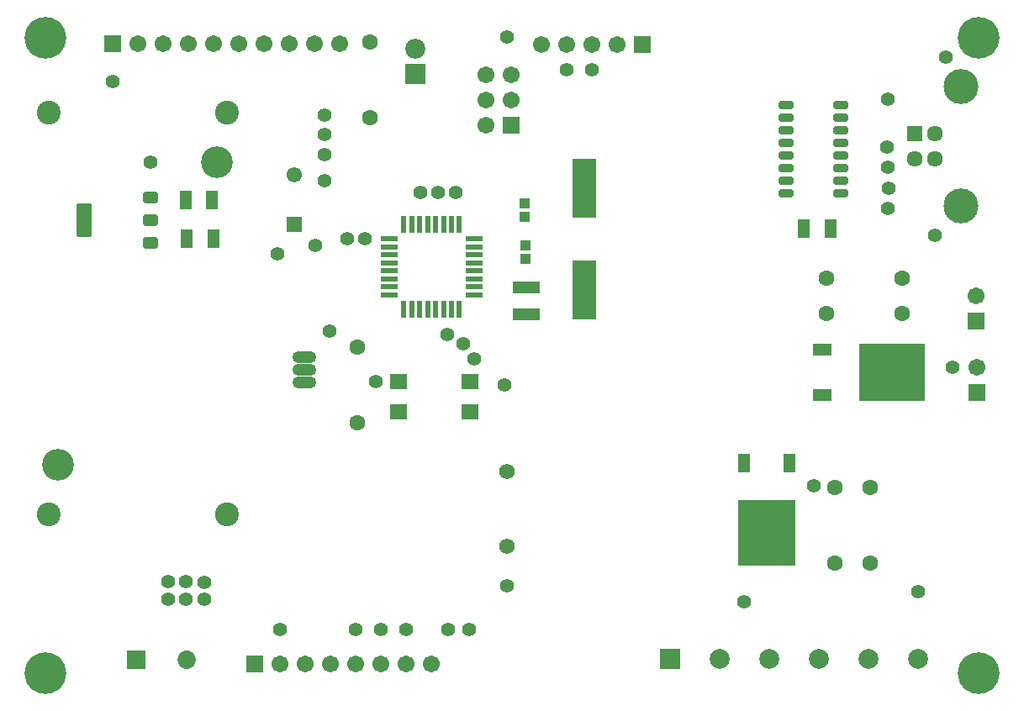
<source format=gbr>
%TF.GenerationSoftware,Altium Limited,Altium Designer,22.8.2 (66)*%
G04 Layer_Color=8388736*
%FSLAX45Y45*%
%MOMM*%
%TF.SameCoordinates,BD556100-397B-4985-8EB5-C039F1F1876F*%
%TF.FilePolarity,Negative*%
%TF.FileFunction,Soldermask,Top*%
%TF.Part,Single*%
G01*
G75*
%TA.AperFunction,SMDPad,CuDef*%
%ADD20R,2.43200X5.91180*%
%TA.AperFunction,ComponentPad*%
%ADD47C,2.40320*%
%ADD48C,3.20320*%
%ADD49C,1.60320*%
%ADD50R,1.70320X1.70320*%
%ADD51C,1.70320*%
%ADD52O,2.42320X1.20320*%
%ADD53R,1.70320X1.70320*%
%ADD54C,2.01820*%
%ADD55R,2.01820X2.01820*%
%ADD56C,1.56120*%
%TA.AperFunction,ViaPad*%
%ADD57C,4.20320*%
%TA.AperFunction,ComponentPad*%
%ADD58C,1.55320*%
%ADD59R,1.55320X1.55320*%
%ADD60C,2.00320*%
%ADD61R,2.00320X2.00320*%
%ADD62R,1.85320X1.85320*%
%ADD63C,1.85320*%
%ADD64C,3.51920*%
%ADD65C,1.61120*%
%ADD66R,1.61120X1.61120*%
%TA.AperFunction,ViaPad*%
%ADD67C,1.40320*%
%TA.AperFunction,SMDPad,CuDef*%
%ADD78R,2.80320X1.30320*%
%ADD79R,1.93320X1.16320*%
%ADD80R,6.69320X5.83320*%
%ADD81R,1.10320X1.00320*%
%ADD82R,1.30320X1.90320*%
%ADD83R,1.70320X0.60320*%
%ADD84R,0.60320X1.70320*%
G04:AMPARAMS|DCode=85|XSize=1.5132mm|YSize=1.1332mm|CornerRadius=0.17135mm|HoleSize=0mm|Usage=FLASHONLY|Rotation=180.000|XOffset=0mm|YOffset=0mm|HoleType=Round|Shape=RoundedRectangle|*
%AMROUNDEDRECTD85*
21,1,1.51320,0.79050,0,0,180.0*
21,1,1.17050,1.13320,0,0,180.0*
1,1,0.34270,-0.58525,0.39525*
1,1,0.34270,0.58525,0.39525*
1,1,0.34270,0.58525,-0.39525*
1,1,0.34270,-0.58525,-0.39525*
%
%ADD85ROUNDEDRECTD85*%
G04:AMPARAMS|DCode=86|XSize=1.5132mm|YSize=3.4432mm|CornerRadius=0.19985mm|HoleSize=0mm|Usage=FLASHONLY|Rotation=180.000|XOffset=0mm|YOffset=0mm|HoleType=Round|Shape=RoundedRectangle|*
%AMROUNDEDRECTD86*
21,1,1.51320,3.04350,0,0,180.0*
21,1,1.11350,3.44320,0,0,180.0*
1,1,0.39970,-0.55675,1.52175*
1,1,0.39970,0.55675,1.52175*
1,1,0.39970,0.55675,-1.52175*
1,1,0.39970,-0.55675,-1.52175*
%
%ADD86ROUNDEDRECTD86*%
%ADD87R,1.80320X1.60320*%
%ADD88R,5.83320X6.69320*%
%ADD89R,1.16320X1.93320*%
G04:AMPARAMS|DCode=90|XSize=1.5132mm|YSize=0.8232mm|CornerRadius=0.1791mm|HoleSize=0mm|Usage=FLASHONLY|Rotation=180.000|XOffset=0mm|YOffset=0mm|HoleType=Round|Shape=RoundedRectangle|*
%AMROUNDEDRECTD90*
21,1,1.51320,0.46500,0,0,180.0*
21,1,1.15500,0.82320,0,0,180.0*
1,1,0.35820,-0.57750,0.23250*
1,1,0.35820,0.57750,0.23250*
1,1,0.35820,0.57750,-0.23250*
1,1,0.35820,-0.57750,-0.23250*
%
%ADD90ROUNDEDRECTD90*%
D20*
X5727700Y4164810D02*
D03*
Y5182390D02*
D03*
D47*
X332000Y1898300D02*
D03*
X2132000D02*
D03*
X332000Y5948300D02*
D03*
X2132000D02*
D03*
D48*
X2032000Y5448300D02*
D03*
X432000Y2398300D02*
D03*
D49*
X8166100Y3924300D02*
D03*
X8928100D02*
D03*
Y4279900D02*
D03*
X8166100D02*
D03*
X3568700Y6654800D02*
D03*
Y5892800D02*
D03*
X3441700Y3581400D02*
D03*
Y2819400D02*
D03*
X8610600Y1409700D02*
D03*
Y2171700D02*
D03*
X8255000D02*
D03*
Y1409700D02*
D03*
D50*
X9680100Y3124200D02*
D03*
X4991100Y5816600D02*
D03*
X9677400Y3848100D02*
D03*
D51*
X9680100Y3378200D02*
D03*
X1231900Y6642100D02*
D03*
X1739900D02*
D03*
X1993900D02*
D03*
X2247900D02*
D03*
X2501900D02*
D03*
X2755900D02*
D03*
X3009900D02*
D03*
X3263900D02*
D03*
X1485900D02*
D03*
X4737100Y6324600D02*
D03*
X4991100D02*
D03*
X4737100Y6070600D02*
D03*
X4991100D02*
D03*
X4737100Y5816600D02*
D03*
X4190778Y389521D02*
D03*
X3936778D02*
D03*
X3682778D02*
D03*
X3428778D02*
D03*
X3174778D02*
D03*
X2920778D02*
D03*
X2666778D02*
D03*
X9677400Y4102100D02*
D03*
X5295900Y6629400D02*
D03*
X5549900D02*
D03*
X5803900D02*
D03*
X6057900D02*
D03*
D52*
X2908475Y3479800D02*
D03*
Y3225800D02*
D03*
Y3352800D02*
D03*
D53*
X977900Y6642100D02*
D03*
X2412778Y389521D02*
D03*
X6311900Y6629400D02*
D03*
D54*
X4025900Y6591300D02*
D03*
D55*
Y6337300D02*
D03*
D56*
X4953000Y1575800D02*
D03*
Y2335800D02*
D03*
D57*
X300000Y6700000D02*
D03*
X9700000D02*
D03*
Y300000D02*
D03*
X300000D02*
D03*
D58*
X2806701Y5317300D02*
D03*
D59*
X2806699Y4817300D02*
D03*
D60*
X9089900Y444500D02*
D03*
X8589900D02*
D03*
X8089900D02*
D03*
X7589900D02*
D03*
X7089900D02*
D03*
D61*
X6589900D02*
D03*
D62*
X1219200Y437500D02*
D03*
D63*
X1727200D02*
D03*
D64*
X9525000Y6210300D02*
D03*
Y5006300D02*
D03*
D65*
X9255000Y5733300D02*
D03*
Y5483300D02*
D03*
X9055000D02*
D03*
D66*
Y5733300D02*
D03*
D67*
X2641600Y4521200D02*
D03*
X1358900Y5448300D02*
D03*
X8039100Y2184400D02*
D03*
X9258300Y4711700D02*
D03*
X9372600Y6502400D02*
D03*
X8788400Y6083300D02*
D03*
X9436100Y3378200D02*
D03*
X1536700Y1219200D02*
D03*
X1714500D02*
D03*
X1900710Y1217899D02*
D03*
X1905000Y1041400D02*
D03*
X1714500D02*
D03*
X1534687Y1042382D02*
D03*
X2665240Y738360D02*
D03*
X4953000Y1181100D02*
D03*
X8788400Y4978400D02*
D03*
X8789800Y5185785D02*
D03*
X4925840Y3202160D02*
D03*
X4951240Y6707360D02*
D03*
X5549900Y6375400D02*
D03*
X5803900D02*
D03*
X3340100Y4673600D02*
D03*
X3162300Y3746500D02*
D03*
X3517900Y4673600D02*
D03*
X4432300Y5143500D02*
D03*
X4254500D02*
D03*
X4076700D02*
D03*
X3111500Y5257800D02*
D03*
Y5918200D02*
D03*
Y5524500D02*
D03*
Y5727700D02*
D03*
X9092475Y1120111D02*
D03*
X3632200Y3238500D02*
D03*
X4348300Y3713300D02*
D03*
X4508500Y3619500D02*
D03*
X4622800Y3467100D02*
D03*
X8788400Y5397500D02*
D03*
X8775700Y5600700D02*
D03*
X3022600Y4610100D02*
D03*
X977900Y6261100D02*
D03*
X4572000Y736600D02*
D03*
X4356100D02*
D03*
X3937000D02*
D03*
X3683000D02*
D03*
X3429000D02*
D03*
X7340600Y1016000D02*
D03*
D78*
X5143500Y4186300D02*
D03*
Y3916300D02*
D03*
D79*
X8128000Y3555797D02*
D03*
Y3098800D02*
D03*
D80*
X8830000Y3327298D02*
D03*
D81*
X5135902Y4473175D02*
D03*
Y4613175D02*
D03*
X5130800Y5035700D02*
D03*
Y4895700D02*
D03*
D82*
X7942200Y4775200D02*
D03*
X8212200D02*
D03*
X1711200Y5067300D02*
D03*
X1981200D02*
D03*
X1720937Y4680656D02*
D03*
X1990937D02*
D03*
D83*
X4621000Y4674200D02*
D03*
Y4594200D02*
D03*
Y4514200D02*
D03*
Y4434200D02*
D03*
Y4354200D02*
D03*
Y4274200D02*
D03*
Y4194200D02*
D03*
Y4114200D02*
D03*
X3761000Y4674200D02*
D03*
Y4594200D02*
D03*
Y4514200D02*
D03*
Y4434200D02*
D03*
Y4354200D02*
D03*
Y4274200D02*
D03*
Y4194200D02*
D03*
Y4114200D02*
D03*
D84*
X4471000Y3964200D02*
D03*
X4391000D02*
D03*
X4311000D02*
D03*
X4231000D02*
D03*
X4151000D02*
D03*
X4071000D02*
D03*
X3991000D02*
D03*
X3911000D02*
D03*
X4471000Y4824200D02*
D03*
X4391000D02*
D03*
X4311000D02*
D03*
X4231000D02*
D03*
X4151000D02*
D03*
X4071000D02*
D03*
X3991000D02*
D03*
X3911000D02*
D03*
D85*
X1363200Y4635100D02*
D03*
Y4864100D02*
D03*
Y5093100D02*
D03*
D86*
X694200Y4864100D02*
D03*
D87*
X4576400Y2936100D02*
D03*
Y3236100D02*
D03*
X3856400D02*
D03*
Y2936100D02*
D03*
D88*
X7569200Y1714500D02*
D03*
D89*
X7340702Y2416500D02*
D03*
X7797698D02*
D03*
D90*
X7759700Y5130800D02*
D03*
Y5257800D02*
D03*
Y5384800D02*
D03*
Y5511800D02*
D03*
Y5638800D02*
D03*
Y5765800D02*
D03*
Y5892800D02*
D03*
Y6019800D02*
D03*
X8309700D02*
D03*
Y5892800D02*
D03*
Y5765800D02*
D03*
Y5638800D02*
D03*
Y5511800D02*
D03*
Y5384800D02*
D03*
Y5257800D02*
D03*
Y5130800D02*
D03*
%TF.MD5,c388c8a34e697f49a4ed557850427a8c*%
M02*

</source>
